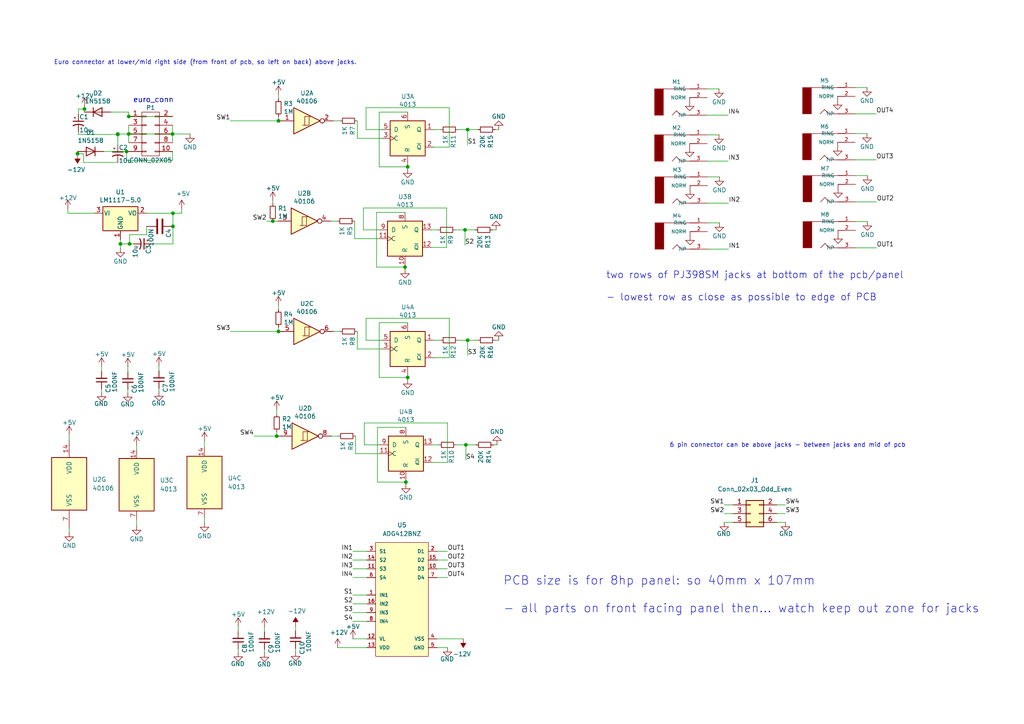
<source format=kicad_sch>
(kicad_sch (version 20211123) (generator eeschema)
  (paper "A4")
  (lib_symbols
    (symbol "4xxx:40106" (pin_names (offset 1.016))
      (property "Reference" "U" (at 0 1.27 0))
      (property "Value" "40106" (at 0 -1.27 0))
      (symbol "40106_1_0"
        (pin input line (at -7.62 0 0) (length 3.81) (name "~") (number "1"))
        (pin output inverted (at 7.62 0 180) (length 3.81) (name "~") (number "2"))
      )
      (symbol "40106_2_0"
        (pin input line (at -7.62 0 0) (length 3.81) (name "~") (number "3"))
        (pin output inverted (at 7.62 0 180) (length 3.81) (name "~") (number "4"))
      )
      (symbol "40106_3_0"
        (pin input line (at -7.62 0 0) (length 3.81) (name "~") (number "5"))
        (pin output inverted (at 7.62 0 180) (length 3.81) (name "~") (number "6"))
      )
      (symbol "40106_4_0"
        (pin output inverted (at 7.62 0 180) (length 3.81) (name "~") (number "8"))
        (pin input line (at -7.62 0 0) (length 3.81) (name "~") (number "9"))
      )
      (symbol "40106_5_0"
        (pin output inverted (at 7.62 0 180) (length 3.81) (name "~") (number "10"))
        (pin input line (at -7.62 0 0) (length 3.81) (name "~") (number "11"))
      )
      (symbol "40106_6_0"
        (pin output inverted (at 7.62 0 180) (length 3.81) (name "~") (number "12"))
        (pin input line (at -7.62 0 0) (length 3.81) (name "~") (number "13"))
      )
      (symbol "40106_7_0"
        (pin power_in line (at 0 12.7 270) (length 5.08) (name "VDD") (number "14"))
        (pin power_in line (at 0 -12.7 90) (length 5.08) (name "VSS") (number "7"))
      )
    )
    (symbol "4xxx:4013" (pin_names (offset 1.016))
      (property "Reference" "U" (at -7.62 8.89 0))
      (property "Value" "4013" (at -7.62 -8.89 0))
      (symbol "4013_1_1"
        (pin output line (at 7.62 2.54 180) (length 2.54) (name "Q") (number "1"))
        (pin output line (at 7.62 -2.54 180) (length 2.54) (name "~{Q}") (number "2"))
        (pin input clock (at -7.62 0 0) (length 2.54) (name "C") (number "3"))
        (pin input line (at 0 -7.62 90) (length 2.54) (name "R") (number "4"))
        (pin input line (at -7.62 2.54 0) (length 2.54) (name "D") (number "5"))
        (pin input line (at 0 7.62 270) (length 2.54) (name "S") (number "6"))
      )
      (symbol "4013_2_1"
        (pin input line (at 0 -7.62 90) (length 2.54) (name "R") (number "10"))
        (pin input clock (at -7.62 0 0) (length 2.54) (name "C") (number "11"))
        (pin output line (at 7.62 -2.54 180) (length 2.54) (name "~{Q}") (number "12"))
        (pin output line (at 7.62 2.54 180) (length 2.54) (name "Q") (number "13"))
        (pin input line (at 0 7.62 270) (length 2.54) (name "S") (number "8"))
        (pin input line (at -7.62 2.54 0) (length 2.54) (name "D") (number "9"))
      )
      (symbol "4013_3_0"
        (pin power_in line (at 0 10.16 270) (length 2.54) (name "VDD") (number "14"))
        (pin power_in line (at 0 -10.16 90) (length 2.54) (name "VSS") (number "7"))
      )
    )
    (symbol "Connector_Generic:Conn_02x03_Odd_Even" (pin_names (offset 1.016) hide)
      (property "Reference" "J" (at 1.27 5.08 0))
      (property "Value" "Conn_02x03_Odd_Even" (at 1.27 -5.08 0))
      (symbol "Conn_02x03_Odd_Even_1_1"
        (pin passive line (at -5.08 2.54 0) (length 3.81) (name "Pin_1") (number "1"))
        (pin passive line (at 7.62 2.54 180) (length 3.81) (name "Pin_2") (number "2"))
        (pin passive line (at -5.08 0 0) (length 3.81) (name "Pin_3") (number "3"))
        (pin passive line (at 7.62 0 180) (length 3.81) (name "Pin_4") (number "4"))
        (pin passive line (at -5.08 -2.54 0) (length 3.81) (name "Pin_5") (number "5"))
        (pin passive line (at 7.62 -2.54 180) (length 3.81) (name "Pin_6") (number "6"))
      )
    )
    (symbol "Device:C_Small" (pin_numbers hide) (pin_names (offset 0.254) hide)
      (property "Reference" "C" (at 0.254 1.778 0))
      (property "Value" "C_Small" (at 0.254 -2.032 0))
      (symbol "C_Small_1_1"
        (pin passive line (at 0 2.54 270) (length 2.032) (name "~") (number "1"))
        (pin passive line (at 0 -2.54 90) (length 2.032) (name "~") (number "2"))
      )
    )
    (symbol "Device:D" (pin_numbers hide) (pin_names (offset 1.016) hide)
      (property "Reference" "D" (at 0 2.54 0))
      (property "Value" "D" (at 0 -2.54 0))
      (symbol "D_1_1"
        (pin passive line (at -3.81 0 0) (length 2.54) (name "K") (number "1"))
        (pin passive line (at 3.81 0 180) (length 2.54) (name "A") (number "2"))
      )
    )
    (symbol "Device:R_Small" (pin_numbers hide) (pin_names (offset 0.254) hide)
      (property "Reference" "R" (at 0.762 0.508 0))
      (property "Value" "R_Small" (at 0.762 -1.016 0))
      (symbol "R_Small_1_1"
        (pin passive line (at 0 2.54 270) (length 0.762) (name "~") (number "1"))
        (pin passive line (at 0 -2.54 90) (length 0.762) (name "~") (number "2"))
      )
    )
    (symbol "Regulator_Linear:LM1117-3.3" (pin_names (offset 0.254))
      (property "Reference" "U" (at -3.81 3.175 0))
      (property "Value" "LM1117-3.3" (at 0 3.175 0))
      (symbol "LM1117-3.3_1_1"
        (pin power_in line (at 0 -7.62 90) (length 2.54) (name "GND") (number "1"))
        (pin power_out line (at 7.62 0 180) (length 2.54) (name "VO") (number "2"))
        (pin power_in line (at -7.62 0 0) (length 2.54) (name "VI") (number "3"))
      )
    )
    (symbol "allcolours-rescue:AUDIO-JACKERTHENVAR-PJ398" (pin_names (offset 1.016))
      (property "Reference" "M?" (at -1.27 5.207 0))
      (symbol "AUDIO-JACKERTHENVAR-PJ398_1_1"
        (pin bidirectional line (at 7.62 2.54 180) (length 5.08) (name "RING") (number "1"))
        (pin bidirectional line (at 7.62 0 180) (length 5.08) (name "NORM") (number "2"))
        (pin bidirectional line (at 7.62 -5.08 180) (length 5.08) (name "TIP") (number "3"))
      )
    )
    (symbol "allcolours-rescue:C-device-allcolours-rescue" (pin_numbers hide) (pin_names (offset 0.254))
      (property "Reference" "C" (at 0.635 2.54 0))
      (property "Value" "C-device-allcolours-rescue" (at 0.635 -2.54 0))
      (symbol "C-device-allcolours-rescue_1_1"
        (pin passive line (at 0 3.81 270) (length 2.794) (name "~") (number "1"))
        (pin passive line (at 0 -3.81 90) (length 2.794) (name "~") (number "2"))
      )
    )
    (symbol "allcolours-rescue:CP1_Small-device-allcolours-rescue" (pin_numbers hide) (pin_names (offset 0.254) hide)
      (property "Reference" "C" (at 0.254 1.778 0))
      (property "Value" "CP1_Small-device-allcolours-rescue" (at 0.254 -2.032 0))
      (symbol "CP1_Small-device-allcolours-rescue_1_1"
        (pin passive line (at 0 2.54 270) (length 2.032) (name "~") (number "1"))
        (pin passive line (at 0 -2.54 90) (length 2.032) (name "~") (number "2"))
      )
    )
    (symbol "allcolours-rescue:GND-power-allcolours-rescue" (power) (pin_names (offset 0))
      (property "Value" "GND-power-allcolours-rescue" (at 0 -3.81 0))
      (symbol "GND-power-allcolours-rescue_1_1"
        (pin power_in line (at 0 0 270) (length 0) hide (name "GND") (number "1"))
      )
    )
    (symbol "eec:ADG412BNZ" (pin_names (offset 1.016))
      (property "Reference" "U" (at 0 5.08 0))
      (property "Value" "ADG412BNZ" (at 0 7.62 0))
      (symbol "ADG412BNZ_1_1"
        (pin input line (at 2.54 -12.7 0) (length 2.54) (name "IN1") (number "1"))
        (pin passive line (at 22.86 -5.08 180) (length 2.54) (name "D3") (number "10"))
        (pin passive line (at 2.54 -5.08 0) (length 2.54) (name "S3") (number "11"))
        (pin power_in line (at 2.54 -25.4 0) (length 2.54) (name "VL") (number "12"))
        (pin power_in line (at 2.54 -27.94 0) (length 2.54) (name "VDD") (number "13"))
        (pin passive line (at 2.54 -2.54 0) (length 2.54) (name "S2") (number "14"))
        (pin passive line (at 22.86 -2.54 180) (length 2.54) (name "D2") (number "15"))
        (pin input line (at 2.54 -15.24 0) (length 2.54) (name "IN2") (number "16"))
        (pin passive line (at 22.86 0 180) (length 2.54) (name "D1") (number "2"))
        (pin passive line (at 2.54 0 0) (length 2.54) (name "S1") (number "3"))
        (pin power_in line (at 22.86 -25.4 180) (length 2.54) (name "VSS") (number "4"))
        (pin power_in line (at 22.86 -27.94 180) (length 2.54) (name "GND") (number "5"))
        (pin passive line (at 2.54 -7.62 0) (length 2.54) (name "S4") (number "6"))
        (pin passive line (at 22.86 -7.62 180) (length 2.54) (name "D4") (number "7"))
        (pin input line (at 2.54 -20.32 0) (length 2.54) (name "IN4") (number "8"))
        (pin input line (at 2.54 -17.78 0) (length 2.54) (name "IN3") (number "9"))
      )
    )
    (symbol "power:+12V" (power) (pin_names (offset 0))
      (property "Value" "+12V" (at 0 3.556 0))
      (symbol "+12V_1_1"
        (pin power_in line (at 0 0 90) (length 0) hide (name "+12V") (number "1"))
      )
    )
    (symbol "power:+5V" (power) (pin_names (offset 0))
      (property "Value" "+5V" (at 0 3.556 0))
      (symbol "+5V_1_1"
        (pin power_in line (at 0 0 90) (length 0) hide (name "+5V") (number "1"))
      )
    )
    (symbol "power:-12V" (power) (pin_names (offset 0))
      (property "Value" "-12V" (at 0 3.81 0))
      (symbol "-12V_0_0"
        (pin power_in line (at 0 0 90) (length 0) hide (name "-12V") (number "1"))
      )
    )
    (symbol "power:GND" (power) (pin_names (offset 0))
      (property "Value" "GND" (at 0 -3.81 0))
      (symbol "GND_1_1"
        (pin power_in line (at 0 0 270) (length 0) hide (name "GND") (number "1"))
      )
    )
    (symbol "toad2-rescue:+12V-power-allcolours_analogue-rescue" (power) (pin_names (offset 0))
      (property "Value" "+12V-power-allcolours_analogue-rescue" (at 0 3.556 0))
      (symbol "+12V-power-allcolours_analogue-rescue_1_1"
        (pin power_in line (at 0 0 90) (length 0) hide (name "+12V") (number "1"))
      )
    )
    (symbol "toad2-rescue:CONN_02X05-allcolours-rescue-allcolours_analogue-rescue" (pin_names (offset 0.0254) hide)
      (property "Reference" "J" (at 0 7.62 0))
      (property "Value" "CONN_02X05-allcolours-rescue-allcolours_analogue-rescue" (at 0 -7.62 0))
      (symbol "CONN_02X05-allcolours-rescue-allcolours_analogue-rescue_1_1"
        (pin passive line (at -6.35 5.08 0) (length 3.81) (name "P1") (number "1"))
        (pin passive line (at 6.35 -5.08 180) (length 3.81) (name "P10") (number "10"))
        (pin passive line (at 6.35 5.08 180) (length 3.81) (name "P2") (number "2"))
        (pin passive line (at -6.35 2.54 0) (length 3.81) (name "P3") (number "3"))
        (pin passive line (at 6.35 2.54 180) (length 3.81) (name "P4") (number "4"))
        (pin passive line (at -6.35 0 0) (length 3.81) (name "P5") (number "5"))
        (pin passive line (at 6.35 0 180) (length 3.81) (name "P6") (number "6"))
        (pin passive line (at -6.35 -2.54 0) (length 3.81) (name "P7") (number "7"))
        (pin passive line (at 6.35 -2.54 180) (length 3.81) (name "P8") (number "8"))
        (pin passive line (at -6.35 -5.08 0) (length 3.81) (name "P9") (number "9"))
      )
    )
    (symbol "toad2-rescue:CP1_Small-device-allcolours_analogue-rescue" (pin_numbers hide) (pin_names (offset 0.254) hide)
      (property "Reference" "C" (at 0.254 1.778 0))
      (property "Value" "CP1_Small-device-allcolours_analogue-rescue" (at 0.254 -2.032 0))
      (symbol "CP1_Small-device-allcolours_analogue-rescue_1_1"
        (pin passive line (at 0 2.54 270) (length 2.032) (name "~") (number "1"))
        (pin passive line (at 0 -2.54 90) (length 2.032) (name "~") (number "2"))
      )
    )
    (symbol "toad2-rescue:GND-power-allcolours_analogue-rescue" (power) (pin_names (offset 0))
      (property "Value" "GND-power-allcolours_analogue-rescue" (at 0 -3.81 0))
      (symbol "GND-power-allcolours_analogue-rescue_1_1"
        (pin power_in line (at 0 0 270) (length 0) hide (name "GND") (number "1"))
      )
    )
    (symbol "touch-rescue:GND-power-allcolours_analogue-rescue" (power) (pin_names (offset 0))
      (property "Value" "GND-power-allcolours_analogue-rescue" (at 0 -3.81 0))
      (symbol "GND-power-allcolours_analogue-rescue_1_1"
        (pin power_in line (at 0 0 270) (length 0) hide (name "GND") (number "1"))
      )
    )
  )
  (junction (at 80.772 96.139))
  (junction (at 34.163 38.862))
  (junction (at 34.925 70.739))
  (junction (at 80.264 126.492))
  (junction (at 118.237 48.387))
  (junction (at 34.163 38.989))
  (junction (at 118.237 109.474))
  (junction (at 22.479 44.577))
  (junction (at 135.636 37.592))
  (junction (at 134.874 66.675))
  (junction (at 36.703 43.942))
  (junction (at 117.729 139.827))
  (junction (at 80.772 35.052))
  (junction (at 117.475 77.47))
  (junction (at 135.636 98.679))
  (junction (at 24.511 31.623))
  (junction (at 50.165 61.849))
  (junction (at 50.038 38.862))
  (junction (at 37.338 38.862))
  (junction (at 37.338 33.782))
  (junction (at 37.592 70.739))
  (junction (at 135.128 129.032))
  (junction (at 79.121 64.135))
  (junction (at 50.165 65.659))
  (wire (pts (xy 109.22 77.47) (xy 117.475 77.47)))
  (wire (pts (xy 130.302 42.672) (xy 130.302 31.242)))
  (wire (pts (xy 66.802 96.139) (xy 80.772 96.139)))
  (wire (pts (xy 109.982 93.599) (xy 109.982 109.474)))
  (wire (pts (xy 248.031 46.355) (xy 254.127 46.355)))
  (wire (pts (xy 103.632 101.219) (xy 110.617 101.219)))
  (wire (pts (xy 80.772 96.139) (xy 81.407 96.139)))
  (wire (pts (xy 125.857 37.592) (xy 127.762 37.592)))
  (wire (pts (xy 118.237 108.839) (xy 118.237 109.474)))
  (wire (pts (xy 103.124 126.492) (xy 103.124 131.572)))
  (wire (pts (xy 19.685 61.849) (xy 27.305 61.849)))
  (wire (pts (xy 143.637 37.592) (xy 144.653 37.592)))
  (wire (pts (xy 42.545 61.849) (xy 50.165 61.849)))
  (wire (pts (xy 106.172 37.592) (xy 110.617 37.592)))
  (wire (pts (xy 103.632 40.132) (xy 110.617 40.132)))
  (wire (pts (xy 77.343 64.135) (xy 79.121 64.135)))
  (wire (pts (xy 118.237 48.387) (xy 118.237 49.022)))
  (wire (pts (xy 205.105 25.781) (xy 208.534 25.781)))
  (wire (pts (xy 105.41 60.325) (xy 105.41 66.675)))
  (wire (pts (xy 143.129 129.032) (xy 144.145 129.032)))
  (wire (pts (xy 22.733 38.227) (xy 22.733 38.989)))
  (wire (pts (xy 50.038 46.482) (xy 36.703 46.482)))
  (wire (pts (xy 117.729 139.827) (xy 117.729 140.462)))
  (wire (pts (xy 109.982 93.599) (xy 118.237 93.599)))
  (wire (pts (xy 37.592 70.739) (xy 38.735 70.739)))
  (wire (pts (xy 19.685 61.849) (xy 19.685 60.579)))
  (wire (pts (xy 105.664 129.032) (xy 110.109 129.032)))
  (wire (pts (xy 248.031 38.735) (xy 251.46 38.735)))
  (wire (pts (xy 125.349 129.032) (xy 127.254 129.032)))
  (wire (pts (xy 102.362 175.133) (xy 106.426 175.133)))
  (wire (pts (xy 22.733 38.989) (xy 34.163 38.989)))
  (wire (pts (xy 29.464 106.299) (xy 29.464 107.696)))
  (wire (pts (xy 80.772 35.052) (xy 81.407 35.052)))
  (wire (pts (xy 69.088 181.737) (xy 69.088 183.134)))
  (wire (pts (xy 34.925 70.739) (xy 37.592 70.739)))
  (wire (pts (xy 109.22 61.595) (xy 117.475 61.595)))
  (wire (pts (xy 37.084 112.903) (xy 37.084 113.919)))
  (wire (pts (xy 80.772 33.782) (xy 80.772 35.052)))
  (wire (pts (xy 205.232 72.263) (xy 211.328 72.263)))
  (wire (pts (xy 248.031 25.4) (xy 251.46 25.4)))
  (wire (pts (xy 42.545 68.072) (xy 42.545 65.659)))
  (wire (pts (xy 125.857 42.672) (xy 130.302 42.672)))
  (wire (pts (xy 117.475 76.835) (xy 117.475 77.47)))
  (wire (pts (xy 103.632 35.052) (xy 103.632 40.132)))
  (wire (pts (xy 69.088 188.214) (xy 69.088 189.23)))
  (wire (pts (xy 80.772 27.432) (xy 80.772 28.702)))
  (wire (pts (xy 97.79 64.135) (xy 95.885 64.135)))
  (wire (pts (xy 24.257 47.117) (xy 24.257 44.577)))
  (wire (pts (xy 109.474 139.827) (xy 117.729 139.827)))
  (wire (pts (xy 34.163 38.862) (xy 34.163 38.989)))
  (wire (pts (xy 36.703 43.942) (xy 37.338 43.942)))
  (wire (pts (xy 102.362 164.973) (xy 106.426 164.973)))
  (wire (pts (xy 132.08 66.675) (xy 134.874 66.675)))
  (wire (pts (xy 79.121 58.166) (xy 79.121 59.055)))
  (wire (pts (xy 210.058 148.971) (xy 212.598 148.971)))
  (wire (pts (xy 50.165 61.849) (xy 50.165 65.659)))
  (wire (pts (xy 50.038 43.942) (xy 50.038 46.482)))
  (wire (pts (xy 103.124 131.572) (xy 110.109 131.572)))
  (wire (pts (xy 34.163 47.117) (xy 24.257 47.117)))
  (wire (pts (xy 109.982 32.512) (xy 118.237 32.512)))
  (wire (pts (xy 24.511 30.988) (xy 24.511 31.623)))
  (wire (pts (xy 98.044 126.492) (xy 96.139 126.492)))
  (wire (pts (xy 37.338 38.862) (xy 50.038 38.862)))
  (wire (pts (xy 132.334 129.032) (xy 135.128 129.032)))
  (wire (pts (xy 105.41 60.325) (xy 129.54 60.325)))
  (wire (pts (xy 50.038 38.862) (xy 50.038 41.402)))
  (wire (pts (xy 85.725 188.087) (xy 85.725 189.103)))
  (wire (pts (xy 46.101 112.649) (xy 46.101 113.665)))
  (wire (pts (xy 105.664 122.682) (xy 129.794 122.682)))
  (wire (pts (xy 50.165 65.659) (xy 50.165 70.739)))
  (wire (pts (xy 37.592 68.072) (xy 42.545 68.072)))
  (wire (pts (xy 118.237 47.752) (xy 118.237 48.387)))
  (wire (pts (xy 134.874 66.675) (xy 137.795 66.675)))
  (wire (pts (xy 73.66 126.492) (xy 80.264 126.492)))
  (wire (pts (xy 50.165 70.739) (xy 43.815 70.739)))
  (wire (pts (xy 132.842 98.679) (xy 135.636 98.679)))
  (wire (pts (xy 135.636 37.592) (xy 138.557 37.592)))
  (wire (pts (xy 130.302 103.759) (xy 130.302 92.329)))
  (wire (pts (xy 205.105 46.736) (xy 211.201 46.736)))
  (wire (pts (xy 248.158 64.262) (xy 251.587 64.262)))
  (wire (pts (xy 85.725 181.61) (xy 85.725 183.007)))
  (wire (pts (xy 36.703 46.482) (xy 36.703 43.942)))
  (wire (pts (xy 129.54 71.755) (xy 129.54 60.325)))
  (wire (pts (xy 227.838 148.971) (xy 225.298 148.971)))
  (wire (pts (xy 135.636 98.679) (xy 135.636 103.124)))
  (wire (pts (xy 37.338 38.862) (xy 34.163 38.862)))
  (wire (pts (xy 24.511 31.623) (xy 24.511 32.512)))
  (wire (pts (xy 227.838 151.511) (xy 225.298 151.511)))
  (wire (pts (xy 109.474 123.952) (xy 109.474 139.827)))
  (wire (pts (xy 80.772 94.869) (xy 80.772 96.139)))
  (wire (pts (xy 76.708 181.864) (xy 76.708 183.261)))
  (wire (pts (xy 102.362 167.513) (xy 106.426 167.513)))
  (wire (pts (xy 106.172 92.329) (xy 130.302 92.329)))
  (wire (pts (xy 22.733 33.147) (xy 22.733 31.623)))
  (wire (pts (xy 46.101 106.172) (xy 46.101 107.569)))
  (wire (pts (xy 102.362 162.433) (xy 106.426 162.433)))
  (wire (pts (xy 20.066 126.111) (xy 20.066 127.635)))
  (wire (pts (xy 50.038 38.862) (xy 55.118 38.862)))
  (wire (pts (xy 126.746 185.293) (xy 134.366 185.293)))
  (wire (pts (xy 37.338 36.322) (xy 37.338 38.862)))
  (wire (pts (xy 117.729 139.192) (xy 117.729 139.827)))
  (wire (pts (xy 102.362 177.673) (xy 106.426 177.673)))
  (wire (pts (xy 129.794 134.112) (xy 129.794 122.682)))
  (wire (pts (xy 109.982 32.512) (xy 109.982 48.387)))
  (wire (pts (xy 109.982 109.474) (xy 118.237 109.474)))
  (wire (pts (xy 32.131 32.512) (xy 37.338 32.512)))
  (wire (pts (xy 126.746 159.893) (xy 129.794 159.893)))
  (wire (pts (xy 37.338 33.782) (xy 50.038 33.782)))
  (wire (pts (xy 125.857 103.759) (xy 130.302 103.759)))
  (wire (pts (xy 106.172 98.679) (xy 110.617 98.679)))
  (wire (pts (xy 248.158 50.927) (xy 251.587 50.927)))
  (wire (pts (xy 125.349 134.112) (xy 129.794 134.112)))
  (wire (pts (xy 210.058 151.511) (xy 212.598 151.511)))
  (wire (pts (xy 22.479 44.577) (xy 22.479 44.831)))
  (wire (pts (xy 80.264 126.492) (xy 80.899 126.492)))
  (wire (pts (xy 142.875 66.675) (xy 143.891 66.675)))
  (wire (pts (xy 105.41 66.675) (xy 109.855 66.675)))
  (wire (pts (xy 80.772 88.519) (xy 80.772 89.789)))
  (wire (pts (xy 248.158 71.882) (xy 254.254 71.882)))
  (wire (pts (xy 106.172 92.329) (xy 106.172 98.679)))
  (wire (pts (xy 125.095 71.755) (xy 129.54 71.755)))
  (wire (pts (xy 105.664 122.682) (xy 105.664 129.032)))
  (wire (pts (xy 205.105 33.401) (xy 211.201 33.401)))
  (wire (pts (xy 76.708 188.341) (xy 76.708 189.357)))
  (wire (pts (xy 205.232 58.928) (xy 211.328 58.928)))
  (wire (pts (xy 37.592 70.739) (xy 37.592 68.072)))
  (wire (pts (xy 135.128 129.032) (xy 135.128 133.477)))
  (wire (pts (xy 52.705 61.849) (xy 52.705 60.579)))
  (wire (pts (xy 34.925 70.739) (xy 34.925 72.009)))
  (wire (pts (xy 117.475 77.47) (xy 117.475 78.105)))
  (wire (pts (xy 205.232 51.308) (xy 208.661 51.308)))
  (wire (pts (xy 227.838 146.431) (xy 225.298 146.431)))
  (wire (pts (xy 50.165 61.849) (xy 52.705 61.849)))
  (wire (pts (xy 118.237 109.474) (xy 118.237 110.109)))
  (wire (pts (xy 210.058 146.431) (xy 212.598 146.431)))
  (wire (pts (xy 102.362 180.213) (xy 106.426 180.213)))
  (wire (pts (xy 103.632 96.139) (xy 103.632 101.219)))
  (wire (pts (xy 20.066 153.035) (xy 20.066 154.432)))
  (wire (pts (xy 37.338 38.862) (xy 37.338 41.402)))
  (wire (pts (xy 39.624 150.749) (xy 39.624 152.527)))
  (wire (pts (xy 126.746 187.833) (xy 129.794 187.833)))
  (wire (pts (xy 126.746 164.973) (xy 129.794 164.973)))
  (wire (pts (xy 59.309 150.114) (xy 59.309 151.638)))
  (wire (pts (xy 135.128 129.032) (xy 138.049 129.032)))
  (wire (pts (xy 143.637 98.679) (xy 144.653 98.679)))
  (wire (pts (xy 106.172 31.242) (xy 106.172 37.592)))
  (wire (pts (xy 126.746 162.433) (xy 129.794 162.433)))
  (wire (pts (xy 22.479 43.942) (xy 22.479 44.577)))
  (wire (pts (xy 30.099 43.942) (xy 36.703 43.942)))
  (wire (pts (xy 34.163 38.989) (xy 34.163 42.037)))
  (wire (pts (xy 37.084 106.426) (xy 37.084 107.823)))
  (wire (pts (xy 98.552 96.139) (xy 96.647 96.139)))
  (wire (pts (xy 98.552 35.052) (xy 96.647 35.052)))
  (wire (pts (xy 24.257 44.577) (xy 22.479 44.577)))
  (wire (pts (xy 34.925 69.469) (xy 34.925 70.739)))
  (wire (pts (xy 109.474 123.952) (xy 117.729 123.952)))
  (wire (pts (xy 126.746 167.513) (xy 129.794 167.513)))
  (wire (pts (xy 37.338 32.512) (xy 37.338 33.782)))
  (wire (pts (xy 135.636 37.592) (xy 135.636 42.037)))
  (wire (pts (xy 125.095 66.675) (xy 127 66.675)))
  (wire (pts (xy 80.264 118.872) (xy 80.264 120.142)))
  (wire (pts (xy 125.857 98.679) (xy 127.762 98.679)))
  (wire (pts (xy 109.982 48.387) (xy 118.237 48.387)))
  (wire (pts (xy 59.309 127.889) (xy 59.309 129.794)))
  (wire (pts (xy 50.038 36.322) (xy 50.038 38.862)))
  (wire (pts (xy 248.031 33.02) (xy 254.127 33.02)))
  (wire (pts (xy 102.362 159.893) (xy 106.426 159.893)))
  (wire (pts (xy 39.624 129.159) (xy 39.624 130.429)))
  (wire (pts (xy 102.362 172.593) (xy 106.426 172.593)))
  (wire (pts (xy 102.362 185.293) (xy 106.426 185.293)))
  (wire (pts (xy 205.232 64.643) (xy 208.661 64.643)))
  (wire (pts (xy 248.158 58.547) (xy 254.254 58.547)))
  (wire (pts (xy 102.87 64.135) (xy 102.87 69.215)))
  (wire (pts (xy 132.842 37.592) (xy 135.636 37.592)))
  (wire (pts (xy 22.733 31.623) (xy 24.511 31.623)))
  (wire (pts (xy 106.172 31.242) (xy 130.302 31.242)))
  (wire (pts (xy 102.87 69.215) (xy 109.855 69.215)))
  (wire (pts (xy 66.802 35.052) (xy 80.772 35.052)))
  (wire (pts (xy 80.264 125.222) (xy 80.264 126.492)))
  (wire (pts (xy 97.917 187.833) (xy 106.426 187.833)))
  (wire (pts (xy 109.22 61.595) (xy 109.22 77.47)))
  (wire (pts (xy 134.874 66.675) (xy 134.874 71.12)))
  (wire (pts (xy 29.464 112.776) (xy 29.464 113.792)))
  (wire (pts (xy 135.636 98.679) (xy 138.557 98.679)))
  (wire (pts (xy 205.105 39.116) (xy 208.534 39.116)))
  (wire (pts (xy 79.121 64.135) (xy 80.645 64.135)))
  (text "euro_conn" (at 38.608 29.972 0) (effects (font (size 1.524 1.524)) (justify left bottom)))
  (text "euro_conn" (at 38.608 29.972 0) (effects (font (size 1.524 1.524)) (justify left bottom)))
  (text "Euro connector at lower/mid right side (from front of pcb, so left on back) above jacks. " (at 15.621 18.923 0) (effects (font (size 1.27 1.27)) (justify left bottom)))
  (text "PCB size is for 8hp panel: so 40mm x 107mm\n\n- all parts on front facing panel then... watch keep out zone for jacks" (at 145.923 178.054 0) (effects (font (size 2.5 2.5)) (justify left bottom)))
  (text "two rows of PJ398SM jacks at bottom of the pcb/panel \n\n- lowest row as close as possible to edge of PCB" (at 175.768 87.503 0) (effects (font (size 2 2)) (justify left bottom)))
  (text "6 pin connector can be above jacks - between jacks and mid of pcb" (at 194.183 129.921 0) (effects (font (size 1.27 1.27)) (justify left bottom)))
  (label "OUT2" (at 129.794 162.433 0))
  (label "OUT3" (at 129.794 164.973 0))
  (label "S2" (at 102.362 175.133 180))
  (label "SW3" (at 66.802 96.139 180))
  (label "IN4" (at 211.201 33.401 0))
  (label "S2" (at 134.874 71.12 0))
  (label "OUT4" (at 254.127 33.02 0))
  (label "IN4" (at 102.362 167.513 180))
  (label "OUT2" (at 254.254 58.547 0))
  (label "IN3" (at 102.362 164.973 180))
  (label "OUT3" (at 254.127 46.355 0))
  (label "IN1" (at 211.328 72.263 0))
  (label "S1" (at 135.636 42.037 0))
  (label "IN2" (at 211.328 58.928 0))
  (label "S4" (at 135.128 133.477 0))
  (label "SW2" (at 77.343 64.135 180))
  (label "OUT1" (at 254.254 71.882 0))
  (label "OUT1" (at 129.794 159.893 0))
  (label "SW4" (at 73.66 126.492 180))
  (label "SW3" (at 227.838 148.971 0))
  (label "S3" (at 102.362 177.673 180))
  (label "OUT4" (at 129.794 167.513 0))
  (label "SW1" (at 66.802 35.052 180))
  (label "S4" (at 102.362 180.213 180))
  (label "SW4" (at 227.838 146.431 0))
  (label "IN1" (at 102.362 159.893 180))
  (label "S1" (at 102.362 172.593 180))
  (label "IN3" (at 211.201 46.736 0))
  (label "SW1" (at 210.058 146.431 180))
  (label "IN2" (at 102.362 162.433 180))
  (label "SW2" (at 210.058 148.971 180))
  (label "S3" (at 135.636 103.124 0))
  (symbol (lib_id "toad2-rescue:+12V-power-allcolours_analogue-rescue") (at 24.511 30.988 0) (unit 1)
    (property "Reference" "#PWR02" (effects hide))
    (property "Value" "+12V" (at 24.511 27.813 0))
  )
  (symbol (lib_id "toad2-rescue:CP1_Small-device-allcolours_analogue-rescue") (at 34.163 44.577 0) (unit 1)
    (property "Reference" "C2" (at 34.417 42.799 0) (effects (justify left)))
    (property "Value" "10u" (at 34.417 46.609 0) (effects (justify left)))
    (property "Footprint" "Capacitor_Tantalum_SMD:CP_EIA-3216-18_Kemet-A" (effects hide))
  )
  (symbol (lib_id "Device:D") (at 28.321 32.512 0) (unit 1)
    (property "Reference" "D2" (at 28.321 27.0256 0))
    (property "Value" "1N5158" (at 28.321 29.337 0))
    (property "Footprint" "Diode_SMD:D_SOD-123" (effects hide))
  )
  (symbol (lib_id "Device:D") (at 26.289 43.942 180) (unit 1)
    (property "Reference" "D1" (at 26.289 38.4556 0))
    (property "Value" "1N5158" (at 26.289 40.767 0))
    (property "Footprint" "Diode_SMD:D_SOD-123" (effects hide))
  )
  (symbol (lib_id "touch-rescue:GND-power-allcolours_analogue-rescue") (at 118.237 49.022 0) (unit 1)
    (property "Reference" "#PWR013" (effects hide))
    (property "Value" "GND" (at 118.237 52.832 0))
  )
  (symbol (lib_id "allcolours-rescue:AUDIO-JACKERTHENVAR-PJ398") (at 240.411 27.94 0) (unit 1)
    (property "Reference" "M5" (at 239.141 23.368 0) (effects (font (size 1.143 1.143))))
    (property "Value" "AUDIO-JACKERTHENVAR-PJ398" (effects hide))
    (property "Footprint" "new_kicad:Jack_3.5mm_QingPu_WQP-PJ398SM_Vertical_CircularHoles" (effects hide))
  )
  (symbol (lib_id "power:-12V") (at 22.479 44.831 180) (unit 1)
    (property "Reference" "#PWR0101" (effects hide))
    (property "Value" "-12V" (at 22.098 49.2252 0))
  )
  (symbol (lib_id "toad2-rescue:CONN_02X05-allcolours-rescue-allcolours_analogue-rescue") (at 43.688 38.862 0) (unit 1)
    (property "Reference" "P1" (at 43.688 31.242 0))
    (property "Value" "CONN_02X05" (at 43.688 46.482 0))
    (property "Footprint" "Connector_PinHeader_2.54mm:PinHeader_2x05_P2.54mm_Vertical" (effects hide))
  )
  (symbol (lib_id "power:+5V") (at 69.088 181.737 0) (unit 1)
    (property "Reference" "#PWR01" (effects hide))
    (property "Value" "+5V" (at 69.088 178.181 0))
  )
  (symbol (lib_id "Device:C_Small") (at 69.088 185.674 180) (unit 1)
    (property "Reference" "C8" (at 70.993 188.087 90))
    (property "Value" "100NF" (at 72.898 186.182 90))
    (property "Footprint" "Capacitor_SMD:C_0805_2012Metric" (effects hide))
  )
  (symbol (lib_id "power:GND") (at 208.661 64.643 0) (unit 1)
    (property "Reference" "#PWR043" (effects hide))
    (property "Value" "GND" (at 208.661 68.453 0))
  )
  (symbol (lib_id "power:+5V") (at 46.101 106.172 0) (unit 1)
    (property "Reference" "#PWR033" (effects hide))
    (property "Value" "+5V" (at 46.101 102.616 0))
  )
  (symbol (lib_id "Device:R_Small") (at 80.772 92.329 0) (unit 1)
    (property "Reference" "R4" (at 82.2706 91.1606 0) (effects (justify left)))
    (property "Value" "1M" (at 82.2706 93.472 0) (effects (justify left)))
    (property "Footprint" "Resistor_SMD:R_0805_2012Metric" (effects hide))
  )
  (symbol (lib_id "Device:R_Small") (at 100.33 64.135 270) (unit 1)
    (property "Reference" "R5" (at 101.4984 65.6336 0) (effects (justify left)))
    (property "Value" "1K" (at 99.187 65.6336 0) (effects (justify left)))
    (property "Footprint" "Resistor_SMD:R_0805_2012Metric" (effects hide))
  )
  (symbol (lib_id "4xxx:40106") (at 88.519 126.492 0) (unit 4)
    (property "Reference" "U2" (at 88.519 118.4402 0))
    (property "Value" "40106" (at 88.519 120.7516 0))
    (property "Footprint" "Package_SO:SOIC-14_3.9x8.7mm_P1.27mm" (effects hide))
    (property "Datasheet" "http://www.nxp.com/documents/data_sheet/HEF40106B.pdf" (effects hide))
  )
  (symbol (lib_id "power:GND") (at 208.534 39.116 0) (unit 1)
    (property "Reference" "#PWR041" (effects hide))
    (property "Value" "GND" (at 208.534 42.926 0))
  )
  (symbol (lib_id "allcolours-rescue:AUDIO-JACKERTHENVAR-PJ398") (at 197.485 28.321 0) (unit 1)
    (property "Reference" "M1" (at 196.215 23.749 0) (effects (font (size 1.143 1.143))))
    (property "Value" "AUDIO-JACKERTHENVAR-PJ398" (effects hide))
    (property "Footprint" "new_kicad:Jack_3.5mm_QingPu_WQP-PJ398SM_Vertical_CircularHoles" (effects hide))
  )
  (symbol (lib_id "power:+5V") (at 80.772 27.432 0) (unit 1)
    (property "Reference" "#PWR09" (effects hide))
    (property "Value" "+5V" (at 80.772 23.876 0))
  )
  (symbol (lib_id "allcolours-rescue:AUDIO-JACKERTHENVAR-PJ398") (at 197.612 53.848 0) (unit 1)
    (property "Reference" "M3" (at 196.342 49.276 0) (effects (font (size 1.143 1.143))))
    (property "Value" "AUDIO-JACKERTHENVAR-PJ398" (effects hide))
    (property "Footprint" "new_kicad:Jack_3.5mm_QingPu_WQP-PJ398SM_Vertical_CircularHoles" (effects hide))
  )
  (symbol (lib_id "power:GND") (at 37.084 113.919 0) (unit 1)
    (property "Reference" "#PWR032" (effects hide))
    (property "Value" "GND" (at 36.957 117.221 0))
  )
  (symbol (lib_id "power:-12V") (at 85.725 181.61 0) (unit 1)
    (property "Reference" "#PWR038" (effects hide))
    (property "Value" "-12V" (at 86.106 177.2158 0))
  )
  (symbol (lib_id "power:+5V") (at 29.464 106.299 0) (unit 1)
    (property "Reference" "#PWR026" (effects hide))
    (property "Value" "+5V" (at 29.464 102.743 0))
  )
  (symbol (lib_id "power:+5V") (at 80.772 88.519 0) (unit 1)
    (property "Reference" "#PWR010" (effects hide))
    (property "Value" "+5V" (at 80.772 84.963 0))
  )
  (symbol (lib_id "power:GND") (at 144.653 37.592 180) (unit 1)
    (property "Reference" "#PWR017" (effects hide))
    (property "Value" "GND" (at 144.653 33.782 0))
  )
  (symbol (lib_id "Device:R_Small") (at 101.092 96.139 270) (unit 1)
    (property "Reference" "R8" (at 102.2604 97.6376 0) (effects (justify left)))
    (property "Value" "1K" (at 99.949 97.6376 0) (effects (justify left)))
    (property "Footprint" "Resistor_SMD:R_0805_2012Metric" (effects hide))
  )
  (symbol (lib_id "Device:R_Small") (at 129.794 129.032 270) (unit 1)
    (property "Reference" "R10" (at 130.9624 130.5306 0) (effects (justify left)))
    (property "Value" "1K" (at 128.651 130.5306 0) (effects (justify left)))
    (property "Footprint" "Resistor_SMD:R_0805_2012Metric" (effects hide))
  )
  (symbol (lib_id "Device:C_Small") (at 76.708 185.801 180) (unit 1)
    (property "Reference" "C9" (at 78.613 188.214 90))
    (property "Value" "100NF" (at 80.518 186.309 90))
    (property "Footprint" "Capacitor_SMD:C_0805_2012Metric" (effects hide))
  )
  (symbol (lib_id "touch-rescue:GND-power-allcolours_analogue-rescue") (at 59.309 151.638 0) (unit 1)
    (property "Reference" "#PWR024" (effects hide))
    (property "Value" "GND" (at 59.309 155.448 0))
  )
  (symbol (lib_id "Device:R_Small") (at 140.589 129.032 270) (unit 1)
    (property "Reference" "R14" (at 141.7574 130.5306 0) (effects (justify left)))
    (property "Value" "20K" (at 139.446 130.5306 0) (effects (justify left)))
    (property "Footprint" "Resistor_SMD:R_0805_2012Metric" (effects hide))
  )
  (symbol (lib_id "4xxx:40106") (at 89.027 35.052 0) (unit 1)
    (property "Reference" "U2" (at 89.027 27.0002 0))
    (property "Value" "40106" (at 89.027 29.3116 0))
    (property "Footprint" "Package_SO:SOIC-14_3.9x8.7mm_P1.27mm" (effects hide))
    (property "Datasheet" "http://www.nxp.com/documents/data_sheet/HEF40106B.pdf" (effects hide))
  )
  (symbol (lib_id "allcolours-rescue:AUDIO-JACKERTHENVAR-PJ398") (at 197.485 41.656 0) (unit 1)
    (property "Reference" "M2" (at 196.215 37.084 0) (effects (font (size 1.143 1.143))))
    (property "Value" "AUDIO-JACKERTHENVAR-PJ398" (effects hide))
    (property "Footprint" "new_kicad:Jack_3.5mm_QingPu_WQP-PJ398SM_Vertical_CircularHoles" (effects hide))
  )
  (symbol (lib_id "4xxx:40106") (at 89.027 96.139 0) (unit 3)
    (property "Reference" "U2" (at 89.027 88.0872 0))
    (property "Value" "40106" (at 89.027 90.3986 0))
    (property "Footprint" "Package_SO:SOIC-14_3.9x8.7mm_P1.27mm" (effects hide))
    (property "Datasheet" "http://www.nxp.com/documents/data_sheet/HEF40106B.pdf" (effects hide))
  )
  (symbol (lib_id "4xxx:4013") (at 59.309 139.954 0) (unit 3)
    (property "Reference" "U4" (at 66.04 138.6839 0) (effects (justify left)))
    (property "Value" "4013" (at 66.04 141.2239 0) (effects (justify left)))
    (property "Footprint" "Package_SO:SOIC-14_3.9x8.7mm_P1.27mm" (effects hide))
    (property "Datasheet" "http://www.onsemi.com/pub/Collateral/MC14013B-D.PDF" (effects hide))
  )
  (symbol (lib_id "Connector_Generic:Conn_02x03_Odd_Even") (at 217.678 148.971 0) (unit 1)
    (property "Reference" "J1" (at 218.948 139.319 0))
    (property "Value" "Conn_02x03_Odd_Even" (at 218.948 141.859 0))
    (property "Footprint" "Connector_PinHeader_2.54mm:PinHeader_2x03_P2.54mm_Vertical" (effects hide))
  )
  (symbol (lib_id "touch-rescue:GND-power-allcolours_analogue-rescue") (at 117.729 140.462 0) (unit 1)
    (property "Reference" "#PWR012" (effects hide))
    (property "Value" "GND" (at 117.729 144.272 0))
  )
  (symbol (lib_id "Device:R_Small") (at 79.121 61.595 0) (unit 1)
    (property "Reference" "R1" (at 80.6196 60.4266 0) (effects (justify left)))
    (property "Value" "1M" (at 80.6196 62.738 0) (effects (justify left)))
    (property "Footprint" "Resistor_SMD:R_0805_2012Metric" (effects hide))
  )
  (symbol (lib_id "power:GND") (at 144.653 98.679 180) (unit 1)
    (property "Reference" "#PWR018" (effects hide))
    (property "Value" "GND" (at 144.653 94.869 0))
  )
  (symbol (lib_id "Device:R_Small") (at 140.335 66.675 270) (unit 1)
    (property "Reference" "R13" (at 141.5034 68.1736 0) (effects (justify left)))
    (property "Value" "20K" (at 139.192 68.1736 0) (effects (justify left)))
    (property "Footprint" "Resistor_SMD:R_0805_2012Metric" (effects hide))
  )
  (symbol (lib_id "power:GND") (at 208.661 51.308 0) (unit 1)
    (property "Reference" "#PWR042" (effects hide))
    (property "Value" "GND" (at 208.661 55.118 0))
  )
  (symbol (lib_id "allcolours-rescue:AUDIO-JACKERTHENVAR-PJ398") (at 240.538 66.802 0) (unit 1)
    (property "Reference" "M8" (at 239.268 62.23 0) (effects (font (size 1.143 1.143))))
    (property "Value" "AUDIO-JACKERTHENVAR-PJ398" (effects hide))
    (property "Footprint" "new_kicad:Jack_3.5mm_QingPu_WQP-PJ398SM_Vertical_CircularHoles" (effects hide))
  )
  (symbol (lib_id "4xxx:4013") (at 117.729 131.572 0) (unit 2)
    (property "Reference" "U4" (at 117.729 119.4308 0))
    (property "Value" "4013" (at 117.729 121.7422 0))
    (property "Footprint" "Package_SO:SOIC-14_3.9x8.7mm_P1.27mm" (effects hide))
    (property "Datasheet" "http://www.onsemi.com/pub/Collateral/MC14013B-D.PDF" (effects hide))
  )
  (symbol (lib_id "power:GND") (at 129.794 187.833 0) (unit 1)
    (property "Reference" "#PWR035" (effects hide))
    (property "Value" "GND" (at 129.667 191.135 0))
  )
  (symbol (lib_id "Device:R_Small") (at 130.302 98.679 270) (unit 1)
    (property "Reference" "R12" (at 131.4704 100.1776 0) (effects (justify left)))
    (property "Value" "1K" (at 129.159 100.1776 0) (effects (justify left)))
    (property "Footprint" "Resistor_SMD:R_0805_2012Metric" (effects hide))
  )
  (symbol (lib_id "power:GND") (at 46.101 113.665 0) (unit 1)
    (property "Reference" "#PWR034" (effects hide))
    (property "Value" "GND" (at 45.974 116.967 0))
  )
  (symbol (lib_id "touch-rescue:GND-power-allcolours_analogue-rescue") (at 117.475 78.105 0) (unit 1)
    (property "Reference" "#PWR011" (effects hide))
    (property "Value" "GND" (at 117.475 81.915 0))
  )
  (symbol (lib_id "touch-rescue:GND-power-allcolours_analogue-rescue") (at 20.066 154.432 0) (unit 1)
    (property "Reference" "#PWR020" (effects hide))
    (property "Value" "GND" (at 20.066 158.242 0))
  )
  (symbol (lib_id "power:GND") (at 227.838 151.511 0) (mirror y) (unit 1)
    (property "Reference" "#PWR044" (effects hide))
    (property "Value" "GND" (at 227.965 154.813 0))
  )
  (symbol (lib_id "Device:C_Small") (at 29.464 110.236 180) (unit 1)
    (property "Reference" "C5" (at 31.369 112.649 90))
    (property "Value" "100NF" (at 33.274 110.744 90))
    (property "Footprint" "Capacitor_SMD:C_0805_2012Metric" (effects hide))
  )
  (symbol (lib_id "power:GND") (at 76.708 189.357 0) (unit 1)
    (property "Reference" "#PWR037" (effects hide))
    (property "Value" "GND" (at 76.581 192.659 0))
  )
  (symbol (lib_id "toad2-rescue:+12V-power-allcolours_analogue-rescue") (at 19.685 60.579 0) (unit 1)
    (property "Reference" "#PWR04" (effects hide))
    (property "Value" "+12V" (at 19.685 57.404 0))
  )
  (symbol (lib_id "power:GND") (at 251.46 25.4 0) (unit 1)
    (property "Reference" "#PWR045" (effects hide))
    (property "Value" "GND" (at 251.46 29.21 0))
  )
  (symbol (lib_id "eec:ADG412BNZ") (at 103.886 159.893 0) (unit 1)
    (property "Reference" "U5" (at 116.586 152.273 0))
    (property "Value" "ADG412BNZ" (at 116.586 154.813 0))
    (property "Footprint" "Package_SO:SOIC-16_3.9x9.9mm_P1.27mm" (effects hide))
    (property "Datasheet" "http://www.analog.com/static/imported-files/data_sheets/ADG411_412_413.pdf" (effects hide))
    (property "Code  JEDEC" "MS-001" (effects hide))
    (property "Component Link 1 Description" "Manufacturer URL" (effects hide))
    (property "Component Link 1 URL" "http://www.analog.com/en/index.html" (effects hide))
    (property "Component Link 3 Description" "Package Specification" (effects hide))
    (property "Component Link 3 URL" "http://www.analog.com/static/imported-files/packages/44768431550332N_16.pdf" (effects hide))
    (property "Configuration" "SPST" (effects hide))
    (property "Datasheet Version" "Rev. D" (effects hide))
    (property "Max Neg Supply" "-16.5V" (effects hide))
    (property "Max Pos Supply" "+16.5V" (effects hide))
    (property "Mounting Technology" "Through Hole" (effects hide))
    (property "Package Description" "16-Pin Plastic Dual In-Line Package, Row spacing 7.62 mm, Pitch 2.54 mm" (effects hide))
    (property "Package Version" "070706-A, 07/2006" (effects hide))
    (property "Packing" "Tube" (effects hide))
    (property "Ron ohms" "25, 40" (effects hide))
    (property "Sw Functions" "4" (effects hide))
    (property "category" "IC" (effects hide))
    (property "ciiva ids" "981419" (effects hide))
    (property "library id" "ebc36f5b426c068f" (effects hide))
    (property "manufacturer" "Analog Devices" (effects hide))
    (property "package" "N-16" (effects hide))
    (property "release date" "1391088444" (effects hide))
    (property "vault revision" "13124825-32E4-4E40-8C2F-DCD97D360CD0" (effects hide))
    (property "imported" "yes" (effects hide))
    (property "t ON" "110ns, 175ns" (effects hide))
  )
  (symbol (lib_id "Device:R_Small") (at 130.302 37.592 270) (unit 1)
    (property "Reference" "R11" (at 131.4704 39.0906 0) (effects (justify left)))
    (property "Value" "1K" (at 129.159 39.0906 0) (effects (justify left)))
    (property "Footprint" "Resistor_SMD:R_0805_2012Metric" (effects hide))
  )
  (symbol (lib_id "4xxx:4013") (at 117.475 69.215 0) (unit 2)
    (property "Reference" "U3" (at 117.475 57.0738 0))
    (property "Value" "4013" (at 117.475 59.3852 0))
    (property "Footprint" "Package_SO:SOIC-14_3.9x8.7mm_P1.27mm" (effects hide))
    (property "Datasheet" "http://www.onsemi.com/pub/Collateral/MC14013B-D.PDF" (effects hide))
  )
  (symbol (lib_id "power:GND") (at 69.088 189.23 0) (unit 1)
    (property "Reference" "#PWR03" (effects hide))
    (property "Value" "GND" (at 68.961 192.532 0))
  )
  (symbol (lib_id "power:+5V") (at 59.309 127.889 0) (unit 1)
    (property "Reference" "#PWR023" (effects hide))
    (property "Value" "+5V" (at 59.309 124.333 0))
  )
  (symbol (lib_id "Device:R_Small") (at 80.264 122.682 0) (unit 1)
    (property "Reference" "R2" (at 81.7626 121.5136 0) (effects (justify left)))
    (property "Value" "1M" (at 81.7626 123.825 0) (effects (justify left)))
    (property "Footprint" "Resistor_SMD:R_0805_2012Metric" (effects hide))
  )
  (symbol (lib_id "Device:C_Small") (at 85.725 185.547 180) (unit 1)
    (property "Reference" "C10" (at 87.63 187.96 90))
    (property "Value" "100NF" (at 89.535 186.055 90))
    (property "Footprint" "Capacitor_SMD:C_0805_2012Metric" (effects hide))
  )
  (symbol (lib_id "power:+5V") (at 79.121 58.166 0) (unit 1)
    (property "Reference" "#PWR07" (effects hide))
    (property "Value" "+5V" (at 79.121 54.61 0))
  )
  (symbol (lib_id "Device:C_Small") (at 37.084 110.363 180) (unit 1)
    (property "Reference" "C6" (at 38.989 112.776 90))
    (property "Value" "100NF" (at 40.894 110.871 90))
    (property "Footprint" "Capacitor_SMD:C_0805_2012Metric" (effects hide))
  )
  (symbol (lib_id "power:-12V") (at 134.366 185.293 180) (unit 1)
    (property "Reference" "#PWR036" (effects hide))
    (property "Value" "-12V" (at 133.985 189.6872 0))
  )
  (symbol (lib_id "Device:R_Small") (at 101.092 35.052 270) (unit 1)
    (property "Reference" "R7" (at 102.2604 36.5506 0) (effects (justify left)))
    (property "Value" "1K" (at 99.949 36.5506 0) (effects (justify left)))
    (property "Footprint" "Resistor_SMD:R_0805_2012Metric" (effects hide))
  )
  (symbol (lib_id "power:GND") (at 251.587 64.262 0) (unit 1)
    (property "Reference" "#PWR048" (effects hide))
    (property "Value" "GND" (at 251.587 68.072 0))
  )
  (symbol (lib_id "power:+5V") (at 52.705 60.579 0) (unit 1)
    (property "Reference" "#PWR06" (effects hide))
    (property "Value" "+5V" (at 53.086 56.1848 0))
  )
  (symbol (lib_id "Device:R_Small") (at 141.097 98.679 270) (unit 1)
    (property "Reference" "R16" (at 142.2654 100.1776 0) (effects (justify left)))
    (property "Value" "20K" (at 139.954 100.1776 0) (effects (justify left)))
    (property "Footprint" "Resistor_SMD:R_0805_2012Metric" (effects hide))
  )
  (symbol (lib_id "power:+12V") (at 97.917 187.833 0) (unit 1)
    (property "Reference" "#PWR025" (effects hide))
    (property "Value" "+12V" (at 98.298 183.4388 0))
  )
  (symbol (lib_id "4xxx:4013") (at 39.624 140.589 0) (unit 3)
    (property "Reference" "U3" (at 46.355 139.3189 0) (effects (justify left)))
    (property "Value" "4013" (at 46.355 141.8589 0) (effects (justify left)))
    (property "Footprint" "Package_SO:SOIC-14_3.9x8.7mm_P1.27mm" (effects hide))
    (property "Datasheet" "http://www.onsemi.com/pub/Collateral/MC14013B-D.PDF" (effects hide))
  )
  (symbol (lib_id "power:GND") (at 210.058 151.511 0) (unit 1)
    (property "Reference" "#PWR030" (effects hide))
    (property "Value" "GND" (at 209.931 154.813 0))
  )
  (symbol (lib_id "4xxx:4013") (at 118.237 101.219 0) (unit 1)
    (property "Reference" "U4" (at 118.237 89.0778 0))
    (property "Value" "4013" (at 118.237 91.3892 0))
    (property "Footprint" "Package_SO:SOIC-14_3.9x8.7mm_P1.27mm" (effects hide))
    (property "Datasheet" "http://www.onsemi.com/pub/Collateral/MC14013B-D.PDF" (effects hide))
  )
  (symbol (lib_id "touch-rescue:GND-power-allcolours_analogue-rescue") (at 39.624 152.527 0) (unit 1)
    (property "Reference" "#PWR022" (effects hide))
    (property "Value" "GND" (at 39.624 156.337 0))
  )
  (symbol (lib_id "4xxx:40106") (at 88.265 64.135 0) (unit 2)
    (property "Reference" "U2" (at 88.265 56.0832 0))
    (property "Value" "40106" (at 88.265 58.3946 0))
    (property "Footprint" "Package_SO:SOIC-14_3.9x8.7mm_P1.27mm" (effects hide))
    (property "Datasheet" "http://www.nxp.com/documents/data_sheet/HEF40106B.pdf" (effects hide))
  )
  (symbol (lib_id "toad2-rescue:GND-power-allcolours_analogue-rescue") (at 55.118 38.862 0) (unit 1)
    (property "Reference" "#PWR0102" (effects hide))
    (property "Value" "GND" (at 55.118 42.672 0))
  )
  (symbol (lib_id "power:+12V") (at 76.708 181.864 0) (unit 1)
    (property "Reference" "#PWR028" (effects hide))
    (property "Value" "+12V" (at 77.089 177.4698 0))
  )
  (symbol (lib_id "power:GND") (at 251.46 38.735 0) (unit 1)
    (property "Reference" "#PWR046" (effects hide))
    (property "Value" "GND" (at 251.46 42.545 0))
  )
  (symbol (lib_id "power:+5V") (at 37.084 106.426 0) (unit 1)
    (property "Reference" "#PWR031" (effects hide))
    (property "Value" "+5V" (at 37.084 102.87 0))
  )
  (symbol (lib_id "Device:R_Small") (at 141.097 37.592 270) (unit 1)
    (property "Reference" "R15" (at 142.2654 39.0906 0) (effects (justify left)))
    (property "Value" "20K" (at 139.954 39.0906 0) (effects (justify left)))
    (property "Footprint" "Resistor_SMD:R_0805_2012Metric" (effects hide))
  )
  (symbol (lib_id "toad2-rescue:CP1_Small-device-allcolours_analogue-rescue") (at 22.733 35.687 0) (unit 1)
    (property "Reference" "C1" (at 22.987 33.909 0) (effects (justify left)))
    (property "Value" "10u" (at 22.987 37.719 0) (effects (justify left)))
    (property "Footprint" "Capacitor_Tantalum_SMD:CP_EIA-3216-18_Kemet-A" (effects hide))
  )
  (symbol (lib_id "allcolours-rescue:AUDIO-JACKERTHENVAR-PJ398") (at 197.612 67.183 0) (unit 1)
    (property "Reference" "M4" (at 196.342 62.611 0) (effects (font (size 1.143 1.143))))
    (property "Value" "AUDIO-JACKERTHENVAR-PJ398" (effects hide))
    (property "Footprint" "new_kicad:Jack_3.5mm_QingPu_WQP-PJ398SM_Vertical_CircularHoles" (effects hide))
  )
  (symbol (lib_id "power:GND") (at 29.464 113.792 0) (unit 1)
    (property "Reference" "#PWR027" (effects hide))
    (property "Value" "GND" (at 29.337 117.094 0))
  )
  (symbol (lib_id "power:GND") (at 143.891 66.675 180) (unit 1)
    (property "Reference" "#PWR015" (effects hide))
    (property "Value" "GND" (at 143.891 62.865 0))
  )
  (symbol (lib_id "4xxx:4013") (at 118.237 40.132 0) (unit 1)
    (property "Reference" "U3" (at 118.237 27.9908 0))
    (property "Value" "4013" (at 118.237 30.3022 0))
    (property "Footprint" "Package_SO:SOIC-14_3.9x8.7mm_P1.27mm" (effects hide))
    (property "Datasheet" "http://www.onsemi.com/pub/Collateral/MC14013B-D.PDF" (effects hide))
  )
  (symbol (lib_id "power:+5V") (at 20.066 126.111 0) (unit 1)
    (property "Reference" "#PWR019" (effects hide))
    (property "Value" "+5V" (at 20.066 122.555 0))
  )
  (symbol (lib_id "4xxx:40106") (at 20.066 140.335 0) (unit 7)
    (property "Reference" "U2" (at 26.797 139.0649 0) (effects (justify left)))
    (property "Value" "40106" (at 26.797 141.6049 0) (effects (justify left)))
    (property "Footprint" "Package_SO:SOIC-14_3.9x8.7mm_P1.27mm" (effects hide))
    (property "Datasheet" "https://assets.nexperia.com/documents/data-sheet/HEF40106B.pdf" (effects hide))
  )
  (symbol (lib_id "power:+5V") (at 39.624 129.159 0) (unit 1)
    (property "Reference" "#PWR021" (effects hide))
    (property "Value" "+5V" (at 39.624 125.603 0))
  )
  (symbol (lib_id "allcolours-rescue:GND-power-allcolours-rescue") (at 34.925 72.009 0) (unit 1)
    (property "Reference" "#PWR05" (effects hide))
    (property "Value" "GND" (at 34.925 75.819 0))
  )
  (symbol (lib_id "allcolours-rescue:AUDIO-JACKERTHENVAR-PJ398") (at 240.538 53.467 0) (unit 1)
    (property "Reference" "M7" (at 239.268 48.895 0) (effects (font (size 1.143 1.143))))
    (property "Value" "AUDIO-JACKERTHENVAR-PJ398" (effects hide))
    (property "Footprint" "new_kicad:Jack_3.5mm_QingPu_WQP-PJ398SM_Vertical_CircularHoles" (effects hide))
  )
  (symbol (lib_id "Regulator_Linear:LM1117-3.3") (at 34.925 61.849 0) (unit 1)
    (property "Reference" "U1" (at 34.925 55.7022 0))
    (property "Value" "LM1117-5.0" (at 34.925 58.0136 0))
    (property "Footprint" "Package_TO_SOT_SMD:TO-252-2" (effects hide))
    (property "Datasheet" "http://www.ti.com/lit/ds/symlink/lm1117.pdf" (effects hide))
  )
  (symbol (lib_id "power:+5V") (at 80.264 118.872 0) (unit 1)
    (property "Reference" "#PWR08" (effects hide))
    (property "Value" "+5V" (at 80.264 115.316 0))
  )
  (symbol (lib_id "power:GND") (at 85.725 189.103 0) (unit 1)
    (property "Reference" "#PWR039" (effects hide))
    (property "Value" "GND" (at 85.598 192.405 0))
  )
  (symbol (lib_id "Device:R_Small") (at 80.772 31.242 0) (unit 1)
    (property "Reference" "R3" (at 82.2706 30.0736 0) (effects (justify left)))
    (property "Value" "1M" (at 82.2706 32.385 0) (effects (justify left)))
    (property "Footprint" "Resistor_SMD:R_0805_2012Metric" (effects hide))
  )
  (symbol (lib_id "power:+5V") (at 102.362 185.293 0) (unit 1)
    (property "Reference" "#PWR029" (effects hide))
    (property "Value" "+5V" (at 102.362 181.737 0))
  )
  (symbol (lib_id "power:GND") (at 144.145 129.032 180) (unit 1)
    (property "Reference" "#PWR016" (effects hide))
    (property "Value" "GND" (at 144.145 125.222 0))
  )
  (symbol (lib_id "allcolours-rescue:C-device-allcolours-rescue") (at 46.355 65.659 270) (unit 1)
    (property "Reference" "C4" (at 48.895 66.294 0) (effects (justify left)))
    (property "Value" "100N" (at 43.815 66.294 0) (effects (justify left)))
    (property "Footprint" "Capacitor_SMD:C_0805_2012Metric" (effects hide))
  )
  (symbol (lib_id "allcolours-rescue:AUDIO-JACKERTHENVAR-PJ398") (at 240.411 41.275 0) (unit 1)
    (property "Reference" "M6" (at 239.141 36.703 0) (effects (font (size 1.143 1.143))))
    (property "Value" "AUDIO-JACKERTHENVAR-PJ398" (effects hide))
    (property "Footprint" "new_kicad:Jack_3.5mm_QingPu_WQP-PJ398SM_Vertical_CircularHoles" (effects hide))
  )
  (symbol (lib_id "Device:C_Small") (at 46.101 110.109 180) (unit 1)
    (property "Reference" "C7" (at 48.006 112.522 90))
    (property "Value" "100NF" (at 49.911 110.617 90))
    (property "Footprint" "Capacitor_SMD:C_0805_2012Metric" (effects hide))
  )
  (symbol (lib_id "power:GND") (at 208.534 25.781 0) (unit 1)
    (property "Reference" "#PWR040" (effects hide))
    (property "Value" "GND" (at 208.534 29.591 0))
  )
  (symbol (lib_id "Device:R_Small") (at 129.54 66.675 270) (unit 1)
    (property "Reference" "R9" (at 130.7084 68.1736 0) (effects (justify left)))
    (property "Value" "1K" (at 128.397 68.1736 0) (effects (justify left)))
    (property "Footprint" "Resistor_SMD:R_0805_2012Metric" (effects hide))
  )
  (symbol (lib_id "Device:R_Small") (at 100.584 126.492 270) (unit 1)
    (property "Reference" "R6" (at 101.7524 127.9906 0) (effects (justify left)))
    (property "Value" "1K" (at 99.441 127.9906 0) (effects (justify left)))
    (property "Footprint" "Resistor_SMD:R_0805_2012Metric" (effects hide))
  )
  (symbol (lib_id "touch-rescue:GND-power-allcolours_analogue-rescue") (at 118.237 110.109 0) (unit 1)
    (property "Reference" "#PWR014" (effects hide))
    (property "Value" "GND" (at 118.237 113.919 0))
  )
  (symbol (lib_id "power:GND") (at 251.587 50.927 0) (unit 1)
    (property "Reference" "#PWR047" (effects hide))
    (property "Value" "GND" (at 251.587 54.737 0))
  )
  (symbol (lib_id "allcolours-rescue:CP1_Small-device-allcolours-rescue") (at 41.275 70.739 270) (unit 1)
    (property "Reference" "C3" (at 43.053 70.993 0) (effects (justify left)))
    (property "Value" "10u" (at 39.243 70.993 0) (effects (justify left)))
    (property "Footprint" "Capacitor_Tantalum_SMD:CP_EIA-3216-18_Kemet-A" (effects hide))
  )
)
</source>
